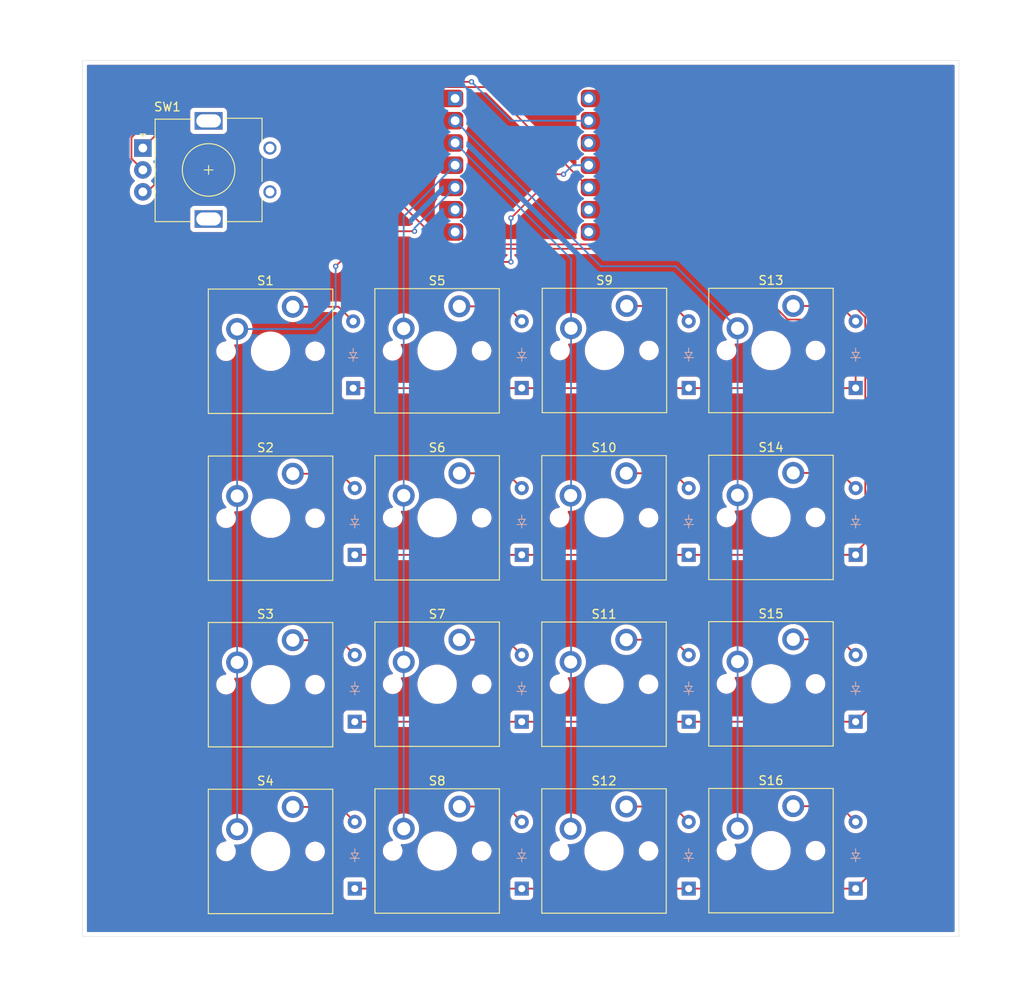
<source format=kicad_pcb>
(kicad_pcb (version 20240108) (generator "pcbnew") (generator_version "8.0")
  (title_block (title "Emre-HackPad") (date "2024-10-05") (rev "3") (company "Kluizenaren"))
  (layers (0 "F.Cu" signal) (31 "B.Cu" signal) (34 "B.Paste" user) (35 "F.Paste" user) (36 "B.SilkS" user "B.Silkscreen") (37 "F.SilkS" user "F.Silkscreen") (38 "B.Mask" user) (39 "F.Mask" user) (44 "Edge.Cuts" user))
  (net 0 "")
  (net 1 "Net-(D1-A)")
  (net 2 "Row0")
  (net 3 "Row1")
  (net 4 "Net-(D2-A)")
  (net 5 "Row2")
  (net 6 "Net-(D3-A)")
  (net 7 "Row3")
  (net 8 "Net-(D4-A)")
  (net 9 "Net-(D5-A)")
  (net 10 "Net-(D6-A)")
  (net 11 "Net-(D7-A)")
  (net 12 "Net-(D8-A)")
  (net 13 "Net-(D9-A)")
  (net 14 "Net-(D10-A)")
  (net 15 "Net-(D11-A)")
  (net 16 "Net-(D12-A)")
  (net 17 "Net-(D13-A)")
  (net 18 "Net-(D14-A)")
  (net 19 "Net-(D15-A)")
  (net 20 "Net-(D16-A)")
  (net 21 "Column0")
  (net 25 "Column1")
  (net 26 "Column2")
  (net 27 "Column3")
  (net 28 "RB")
  (net 29 "RA")
  (net 30 "GND")
  (footprint "Rotary_Encoder:RotaryEncoder_Alps_EC11E_Vertical_H20mm" (layer "F.Cu") (at 92.5 55)
    (property "Reference" "SW1" (at 2.8 -4.7 0) (layer "F.SilkS"))
    (property "Value" "RotaryEncoder")
    (fp_line (start -0.3 -1.6) (end 0.3 -1.6) (stroke (width 0.12)) (layer "F.SilkS"))
    (fp_line (start 0 -1.3) (end -0.3 -1.6) (stroke (width 0.12)) (layer "F.SilkS"))
    (fp_line (start 0.3 -1.6) (end 0 -1.3) (stroke (width 0.12)) (layer "F.SilkS"))
    (fp_line (start 1.4 -3.3) (end 1.4 8.4) (stroke (width 0.12)) (layer "F.SilkS"))
    (fp_line (start 5.5 -3.3) (end 1.4 -3.3) (stroke (width 0.12)) (layer "F.SilkS"))
    (fp_line (start 5.5 8.4) (end 1.4 8.4) (stroke (width 0.12)) (layer "F.SilkS"))
    (fp_line (start 7 2.5) (end 8 2.5) (stroke (width 0.12)) (layer "F.SilkS"))
    (fp_line (start 7.5 2) (end 7.5 3) (stroke (width 0.12)) (layer "F.SilkS"))
    (fp_line (start 9.5 -3.4) (end 13.6 -3.4) (stroke (width 0.12)) (layer "F.SilkS"))
    (fp_line (start 13.6 -3.4) (end 13.6 -0.8) (stroke (width 0.12)) (layer "F.SilkS"))
    (fp_line (start 13.6 1.2) (end 13.6 3.8) (stroke (width 0.12)) (layer "F.SilkS"))
    (fp_line (start 13.6 5.8) (end 13.6 8.4) (stroke (width 0.12)) (layer "F.SilkS"))
    (fp_line (start 13.6 8.4) (end 9.5 8.4) (stroke (width 0.12)) (layer "F.SilkS"))
    (fp_circle (center 7.5 2.5) (end 10.5 2.5) (stroke (width 0.12)) (fill none) (layer "F.SilkS"))
    (pad "" thru_hole circle (at 14.5 0) (size 1.5 1.5) (drill 1) (layers "*.Cu" "*.Mask"))
    (pad "" thru_hole circle (at 14.5 5) (size 1.5 1.5) (drill 1) (layers "*.Cu" "*.Mask"))
    (pad "A" thru_hole rect (at 0 0) (size 2 2) (drill 1) (layers "*.Cu" "*.Mask") (net 29 "RA"))
    (pad "B" thru_hole circle (at 0 5) (size 2 2) (drill 1) (layers "*.Cu" "*.Mask") (net 28 "RB"))
    (pad "C" thru_hole circle (at 0 2.5) (size 2 2) (drill 1) (layers "*.Cu" "*.Mask") (net 30 "GND"))
    (pad "MP" thru_hole rect (at 7.5 -3.1) (size 3.2 2) (drill oval 2.8 1.5) (layers "*.Cu" "*.Mask"))
    (pad "MP" thru_hole rect (at 7.5 8.1) (size 3.2 2) (drill oval 2.8 1.5) (layers "*.Cu" "*.Mask"))
  )
  (footprint "ScottoKeebs_MX:MX_PCB_1.00u" (layer "F.Cu") (at 164.17 97.17)
    (property "Reference" "S14" (at 0 -8 0) (layer "F.SilkS"))
    (property "Value" "Keyswitch")
    (fp_line (start -7.1 -7.1) (end -7.1 7.1) (stroke (width 0.12)) (layer "F.SilkS"))
    (fp_line (start -7.1 7.1) (end 7.1 7.1) (stroke (width 0.12)) (layer "F.SilkS"))
    (fp_line (start 7.1 -7.1) (end -7.1 -7.1) (stroke (width 0.12)) (layer "F.SilkS"))
    (fp_line (start 7.1 7.1) (end 7.1 -7.1) (stroke (width 0.12)) (layer "F.SilkS"))
    (pad "" np_thru_hole circle (at -5.08 0) (size 1.75 1.75) (drill 1.75) (layers "*.Cu" "*.Mask"))
    (pad "" np_thru_hole circle (at 0 0) (size 4 4) (drill 4) (layers "*.Cu" "*.Mask"))
    (pad "" np_thru_hole circle (at 5.08 0) (size 1.75 1.75) (drill 1.75) (layers "*.Cu" "*.Mask"))
    (pad "1" thru_hole circle (at -3.81 -2.54) (size 2.5 2.5) (drill 1.5) (layers "*.Cu" "*.Mask") (net 27 "Column3"))
    (pad "2" thru_hole circle (at 2.54 -5.08) (size 2.5 2.5) (drill 1.5) (layers "*.Cu" "*.Mask") (net 18 "Net-(D14-A)"))
  )
  (footprint "ScottoKeebs_MX:MX_PCB_1.00u" (layer "F.Cu") (at 107.07 97.26)
    (property "Reference" "S2" (at -0.58 -8.05 0) (layer "F.SilkS"))
    (property "Value" "Keyswitch")
    (fp_line (start -7.1 -7.1) (end -7.1 7.1) (stroke (width 0.12)) (layer "F.SilkS"))
    (fp_line (start -7.1 7.1) (end 7.1 7.1) (stroke (width 0.12)) (layer "F.SilkS"))
    (fp_line (start 7.1 -7.1) (end -7.1 -7.1) (stroke (width 0.12)) (layer "F.SilkS"))
    (fp_line (start 7.1 7.1) (end 7.1 -7.1) (stroke (width 0.12)) (layer "F.SilkS"))
    (pad "" np_thru_hole circle (at -5.08 0) (size 1.75 1.75) (drill 1.75) (layers "*.Cu" "*.Mask"))
    (pad "" np_thru_hole circle (at 0 0) (size 4 4) (drill 4) (layers "*.Cu" "*.Mask"))
    (pad "" np_thru_hole circle (at 5.08 0) (size 1.75 1.75) (drill 1.75) (layers "*.Cu" "*.Mask"))
    (pad "1" thru_hole circle (at -3.81 -2.54) (size 2.5 2.5) (drill 1.5) (layers "*.Cu" "*.Mask") (net 21 "Column0"))
    (pad "2" thru_hole circle (at 2.54 -5.08) (size 2.5 2.5) (drill 1.5) (layers "*.Cu" "*.Mask") (net 4 "Net-(D2-A)"))
  )
  (footprint "ScottoKeebs_MX:MX_PCB_1.00u" (layer "F.Cu") (at 145.12 116.21)
    (property "Reference" "S11" (at 0 -8 0) (layer "F.SilkS"))
    (property "Value" "Keyswitch")
    (fp_line (start -7.1 -7.1) (end -7.1 7.1) (stroke (width 0.12)) (layer "F.SilkS"))
    (fp_line (start -7.1 7.1) (end 7.1 7.1) (stroke (width 0.12)) (layer "F.SilkS"))
    (fp_line (start 7.1 -7.1) (end -7.1 -7.1) (stroke (width 0.12)) (layer "F.SilkS"))
    (fp_line (start 7.1 7.1) (end 7.1 -7.1) (stroke (width 0.12)) (layer "F.SilkS"))
    (pad "" np_thru_hole circle (at -5.08 0) (size 1.75 1.75) (drill 1.75) (layers "*.Cu" "*.Mask"))
    (pad "" np_thru_hole circle (at 0 0) (size 4 4) (drill 4) (layers "*.Cu" "*.Mask"))
    (pad "" np_thru_hole circle (at 5.08 0) (size 1.75 1.75) (drill 1.75) (layers "*.Cu" "*.Mask"))
    (pad "1" thru_hole circle (at -3.81 -2.54) (size 2.5 2.5) (drill 1.5) (layers "*.Cu" "*.Mask") (net 26 "Column2"))
    (pad "2" thru_hole circle (at 2.54 -5.08) (size 2.5 2.5) (drill 1.5) (layers "*.Cu" "*.Mask") (net 15 "Net-(D11-A)"))
  )
  (footprint "ScottoKeebs_MX:MX_PCB_1.00u" (layer "F.Cu") (at 145.12 97.21)
    (property "Reference" "S10" (at 0 -8 0) (layer "F.SilkS"))
    (property "Value" "Keyswitch")
    (fp_line (start -7.1 -7.1) (end -7.1 7.1) (stroke (width 0.12)) (layer "F.SilkS"))
    (fp_line (start -7.1 7.1) (end 7.1 7.1) (stroke (width 0.12)) (layer "F.SilkS"))
    (fp_line (start 7.1 -7.1) (end -7.1 -7.1) (stroke (width 0.12)) (layer "F.SilkS"))
    (fp_line (start 7.1 7.1) (end 7.1 -7.1) (stroke (width 0.12)) (layer "F.SilkS"))
    (pad "" np_thru_hole circle (at -5.08 0) (size 1.75 1.75) (drill 1.75) (layers "*.Cu" "*.Mask"))
    (pad "" np_thru_hole circle (at 0 0) (size 4 4) (drill 4) (layers "*.Cu" "*.Mask"))
    (pad "" np_thru_hole circle (at 5.08 0) (size 1.75 1.75) (drill 1.75) (layers "*.Cu" "*.Mask"))
    (pad "1" thru_hole circle (at -3.81 -2.54) (size 2.5 2.5) (drill 1.5) (layers "*.Cu" "*.Mask") (net 26 "Column2"))
    (pad "2" thru_hole circle (at 2.54 -5.08) (size 2.5 2.5) (drill 1.5) (layers "*.Cu" "*.Mask") (net 14 "Net-(D10-A)"))
  )
  (footprint "ScottoKeebs_MCU:Seeed_XIAO_RP2040" (layer "F.Cu") (at 135.75 56.96)
    (property "Reference" "U1" (hide yes))
    (property "Value" "Seeed Studio XIAO SAMD21")
    (pad "1" smd roundrect (at -8.065 -7.62) (size 2.75 2) (layers "F.Cu" "F.Paste" "F.Mask"))
    (pad "1" thru_hole rect (at -7.62 -7.62 90) (size 1.6 1.6) (drill 1) (layers "*.Cu" "*.Mask"))
    (pad "2" smd roundrect (at -8.065 -5.08) (size 2.75 2) (layers "F.Cu" "F.Paste" "F.Mask") (net 27 "Column3"))
    (pad "2" thru_hole circle (at -7.62 -5.08 90) (size 1.6 1.6) (drill 1) (layers "*.Cu" "*.Mask") (net 27 "Column3"))
    (pad "3" smd roundrect (at -8.065 -2.54) (size 2.75 2) (layers "F.Cu" "F.Paste" "F.Mask") (net 26 "Column2"))
    (pad "3" thru_hole circle (at -7.62 -2.54 90) (size 1.6 1.6) (drill 1) (layers "*.Cu" "*.Mask") (net 26 "Column2"))
    (pad "4" smd roundrect (at -8.065 0) (size 2.75 2) (layers "F.Cu" "F.Paste" "F.Mask") (net 25 "Column1"))
    (pad "4" thru_hole circle (at -7.62 0 90) (size 1.6 1.6) (drill 1) (layers "*.Cu" "*.Mask") (net 25 "Column1"))
    (pad "5" smd roundrect (at -8.065 2.54) (size 2.75 2) (layers "F.Cu" "F.Paste" "F.Mask") (net 21 "Column0"))
    (pad "5" thru_hole circle (at -7.62 2.54 90) (size 1.6 1.6) (drill 1) (layers "*.Cu" "*.Mask") (net 21 "Column0"))
    (pad "6" smd roundrect (at -8.065 5.08) (size 2.75 2) (layers "F.Cu" "F.Paste" "F.Mask") (net 3 "Row1"))
    (pad "6" thru_hole circle (at -7.62 5.08 90) (size 1.6 1.6) (drill 1) (layers "*.Cu" "*.Mask") (net 3 "Row1"))
    (pad "7" smd roundrect (at -8.065 7.62) (size 2.75 2) (layers "F.Cu" "F.Paste" "F.Mask") (net 2 "Row0"))
    (pad "7" thru_hole circle (at -7.62 7.62 90) (size 1.6 1.6) (drill 1) (layers "*.Cu" "*.Mask") (net 2 "Row0"))
    (pad "8" thru_hole circle (at 7.62 7.62 90) (size 1.6 1.6) (drill 1) (layers "*.Cu" "*.Mask") (net 5 "Row2"))
    (pad "8" smd roundrect (at 8.1 7.62) (size 2.75 2) (layers "F.Cu" "F.Paste" "F.Mask") (net 5 "Row2"))
    (pad "9" thru_hole circle (at 7.62 5.08 90) (size 1.6 1.6) (drill 1) (layers "*.Cu" "*.Mask") (net 7 "Row3"))
    (pad "9" smd roundrect (at 8.1 5.08) (size 2.75 2) (layers "F.Cu" "F.Paste" "F.Mask") (net 7 "Row3"))
    (pad "10" thru_hole circle (at 7.62 2.54 90) (size 1.6 1.6) (drill 1) (layers "*.Cu" "*.Mask") (net 29 "RA"))
    (pad "10" smd roundrect (at 8.1 2.54) (size 2.75 2) (layers "F.Cu" "F.Paste" "F.Mask") (net 29 "RA"))
    (pad "11" thru_hole circle (at 7.62 0 90) (size 1.6 1.6) (drill 1) (layers "*.Cu" "*.Mask") (net 28 "RB"))
    (pad "11" smd roundrect (at 8.1 0) (size 2.75 2) (layers "F.Cu" "F.Paste" "F.Mask") (net 28 "RB"))
    (pad "12" thru_hole circle (at 7.62 -2.54 90) (size 1.6 1.6) (drill 1) (layers "*.Cu" "*.Mask"))
    (pad "12" smd roundrect (at 8.1 -2.54) (size 2.75 2) (layers "F.Cu" "F.Paste" "F.Mask"))
    (pad "13" thru_hole circle (at 7.62 -5.08 90) (size 1.6 1.6) (drill 1) (layers "*.Cu" "*.Mask") (net 30 "GND"))
    (pad "13" smd roundrect (at 8.1 -5.08) (size 2.75 2) (layers "F.Cu" "F.Paste" "F.Mask") (net 30 "GND"))
    (pad "14" thru_hole circle (at 7.62 -7.62 90) (size 1.6 1.6) (drill 1) (layers "*.Cu" "*.Mask"))
    (pad "14" smd roundrect (at 8.1 -7.62) (size 2.75 2) (layers "F.Cu" "F.Paste" "F.Mask"))
  )
  (footprint "ScottoKeebs_MX:MX_PCB_1.00u" (layer "F.Cu") (at 126.07 78.15)
    (property "Reference" "S5" (at 0 -8 0) (layer "F.SilkS"))
    (property "Value" "Keyswitch")
    (fp_line (start -7.1 -7.1) (end -7.1 7.1) (stroke (width 0.12)) (layer "F.SilkS"))
    (fp_line (start -7.1 7.1) (end 7.1 7.1) (stroke (width 0.12)) (layer "F.SilkS"))
    (fp_line (start 7.1 -7.1) (end -7.1 -7.1) (stroke (width 0.12)) (layer "F.SilkS"))
    (fp_line (start 7.1 7.1) (end 7.1 -7.1) (stroke (width 0.12)) (layer "F.SilkS"))
    (pad "" np_thru_hole circle (at -5.08 0) (size 1.75 1.75) (drill 1.75) (layers "*.Cu" "*.Mask"))
    (pad "" np_thru_hole circle (at 0 0) (size 4 4) (drill 4) (layers "*.Cu" "*.Mask"))
    (pad "" np_thru_hole circle (at 5.08 0) (size 1.75 1.75) (drill 1.75) (layers "*.Cu" "*.Mask"))
    (pad "1" thru_hole circle (at -3.81 -2.54) (size 2.5 2.5) (drill 1.5) (layers "*.Cu" "*.Mask") (net 25 "Column1"))
    (pad "2" thru_hole circle (at 2.54 -5.08) (size 2.5 2.5) (drill 1.5) (layers "*.Cu" "*.Mask") (net 9 "Net-(D5-A)"))
  )
  (footprint "ScottoKeebs_MX:MX_PCB_1.00u" (layer "F.Cu") (at 164.17 116.17)
    (property "Reference" "S15" (at 0 -8 0) (layer "F.SilkS"))
    (property "Value" "Keyswitch")
    (fp_line (start -7.1 -7.1) (end -7.1 7.1) (stroke (width 0.12)) (layer "F.SilkS"))
    (fp_line (start -7.1 7.1) (end 7.1 7.1) (stroke (width 0.12)) (layer "F.SilkS"))
    (fp_line (start 7.1 -7.1) (end -7.1 -7.1) (stroke (width 0.12)) (layer "F.SilkS"))
    (fp_line (start 7.1 7.1) (end 7.1 -7.1) (stroke (width 0.12)) (layer "F.SilkS"))
    (pad "" np_thru_hole circle (at -5.08 0) (size 1.75 1.75) (drill 1.75) (layers "*.Cu" "*.Mask"))
    (pad "" np_thru_hole circle (at 0 0) (size 4 4) (drill 4) (layers "*.Cu" "*.Mask"))
    (pad "" np_thru_hole circle (at 5.08 0) (size 1.75 1.75) (drill 1.75) (layers "*.Cu" "*.Mask"))
    (pad "1" thru_hole circle (at -3.81 -2.54) (size 2.5 2.5) (drill 1.5) (layers "*.Cu" "*.Mask") (net 27 "Column3"))
    (pad "2" thru_hole circle (at 2.54 -5.08) (size 2.5 2.5) (drill 1.5) (layers "*.Cu" "*.Mask") (net 19 "Net-(D15-A)"))
  )
  (footprint "ScottoKeebs_MX:MX_PCB_1.00u" (layer "F.Cu") (at 164.17 135.21)
    (property "Reference" "S16" (at 0 -8 0) (layer "F.SilkS"))
    (property "Value" "Keyswitch")
    (fp_line (start -7.1 -7.1) (end -7.1 7.1) (stroke (width 0.12)) (layer "F.SilkS"))
    (fp_line (start -7.1 7.1) (end 7.1 7.1) (stroke (width 0.12)) (layer "F.SilkS"))
    (fp_line (start 7.1 -7.1) (end -7.1 -7.1) (stroke (width 0.12)) (layer "F.SilkS"))
    (fp_line (start 7.1 7.1) (end 7.1 -7.1) (stroke (width 0.12)) (layer "F.SilkS"))
    (pad "" np_thru_hole circle (at -5.08 0) (size 1.75 1.75) (drill 1.75) (layers "*.Cu" "*.Mask"))
    (pad "" np_thru_hole circle (at 0 0) (size 4 4) (drill 4) (layers "*.Cu" "*.Mask"))
    (pad "" np_thru_hole circle (at 5.08 0) (size 1.75 1.75) (drill 1.75) (layers "*.Cu" "*.Mask"))
    (pad "1" thru_hole circle (at -3.81 -2.54) (size 2.5 2.5) (drill 1.5) (layers "*.Cu" "*.Mask") (net 27 "Column3"))
    (pad "2" thru_hole circle (at 2.54 -5.08) (size 2.5 2.5) (drill 1.5) (layers "*.Cu" "*.Mask") (net 20 "Net-(D16-A)"))
  )
  (footprint "ScottoKeebs_MX:MX_PCB_1.00u" (layer "F.Cu") (at 164.17 78.11)
    (property "Reference" "S13" (at 0 -8 0) (layer "F.SilkS"))
    (property "Value" "Keyswitch")
    (fp_line (start -7.1 -7.1) (end -7.1 7.1) (stroke (width 0.12)) (layer "F.SilkS"))
    (fp_line (start -7.1 7.1) (end 7.1 7.1) (stroke (width 0.12)) (layer "F.SilkS"))
    (fp_line (start 7.1 -7.1) (end -7.1 -7.1) (stroke (width 0.12)) (layer "F.SilkS"))
    (fp_line (start 7.1 7.1) (end 7.1 -7.1) (stroke (width 0.12)) (layer "F.SilkS"))
    (pad "" np_thru_hole circle (at -5.08 0) (size 1.75 1.75) (drill 1.75) (layers "*.Cu" "*.Mask"))
    (pad "" np_thru_hole circle (at 0 0) (size 4 4) (drill 4) (layers "*.Cu" "*.Mask"))
    (pad "" np_thru_hole circle (at 5.08 0) (size 1.75 1.75) (drill 1.75) (layers "*.Cu" "*.Mask"))
    (pad "1" thru_hole circle (at -3.81 -2.54) (size 2.5 2.5) (drill 1.5) (layers "*.Cu" "*.Mask") (net 27 "Column3"))
    (pad "2" thru_hole circle (at 2.54 -5.08) (size 2.5 2.5) (drill 1.5) (layers "*.Cu" "*.Mask") (net 17 "Net-(D13-A)"))
  )
  (footprint "ScottoKeebs_MX:MX_PCB_1.00u" (layer "F.Cu") (at 126.08 135.25)
    (property "Reference" "S8" (at 0 -8 0) (layer "F.SilkS"))
    (property "Value" "Keyswitch")
    (fp_line (start -7.1 -7.1) (end -7.1 7.1) (stroke (width 0.12)) (layer "F.SilkS"))
    (fp_line (start -7.1 7.1) (end 7.1 7.1) (stroke (width 0.12)) (layer "F.SilkS"))
    (fp_line (start 7.1 -7.1) (end -7.1 -7.1) (stroke (width 0.12)) (layer "F.SilkS"))
    (fp_line (start 7.1 7.1) (end 7.1 -7.1) (stroke (width 0.12)) (layer "F.SilkS"))
    (pad "" np_thru_hole circle (at -5.08 0) (size 1.75 1.75) (drill 1.75) (layers "*.Cu" "*.Mask"))
    (pad "" np_thru_hole circle (at 0 0) (size 4 4) (drill 4) (layers "*.Cu" "*.Mask"))
    (pad "" np_thru_hole circle (at 5.08 0) (size 1.75 1.75) (drill 1.75) (layers "*.Cu" "*.Mask"))
    (pad "1" thru_hole circle (at -3.81 -2.54) (size 2.5 2.5) (drill 1.5) (layers "*.Cu" "*.Mask") (net 25 "Column1"))
    (pad "2" thru_hole circle (at 2.54 -5.08) (size 2.5 2.5) (drill 1.5) (layers "*.Cu" "*.Mask") (net 12 "Net-(D8-A)"))
  )
  (footprint "ScottoKeebs_MX:MX_PCB_1.00u" (layer "F.Cu") (at 107.07 116.26)
    (property "Reference" "S3" (at -0.58 -8.05 0) (layer "F.SilkS"))
    (property "Value" "Keyswitch")
    (fp_line (start -7.1 -7.1) (end -7.1 7.1) (stroke (width 0.12)) (layer "F.SilkS"))
    (fp_line (start -7.1 7.1) (end 7.1 7.1) (stroke (width 0.12)) (layer "F.SilkS"))
    (fp_line (start 7.1 -7.1) (end -7.1 -7.1) (stroke (width 0.12)) (layer "F.SilkS"))
    (fp_line (start 7.1 7.1) (end 7.1 -7.1) (stroke (width 0.12)) (layer "F.SilkS"))
    (pad "" np_thru_hole circle (at -5.08 0) (size 1.75 1.75) (drill 1.75) (layers "*.Cu" "*.Mask"))
    (pad "" np_thru_hole circle (at 0 0) (size 4 4) (drill 4) (layers "*.Cu" "*.Mask"))
    (pad "" np_thru_hole circle (at 5.08 0) (size 1.75 1.75) (drill 1.75) (layers "*.Cu" "*.Mask"))
    (pad "1" thru_hole circle (at -3.81 -2.54) (size 2.5 2.5) (drill 1.5) (layers "*.Cu" "*.Mask") (net 21 "Column0"))
    (pad "2" thru_hole circle (at 2.54 -5.08) (size 2.5 2.5) (drill 1.5) (layers "*.Cu" "*.Mask") (net 6 "Net-(D3-A)"))
  )
  (footprint "ScottoKeebs_MX:MX_PCB_1.00u" (layer "F.Cu") (at 107.07 135.3)
    (property "Reference" "S4" (at -0.58 -8.05 0) (layer "F.SilkS"))
    (property "Value" "Keyswitch")
    (fp_line (start -7.1 -7.1) (end -7.1 7.1) (stroke (width 0.12)) (layer "F.SilkS"))
    (fp_line (start -7.1 7.1) (end 7.1 7.1) (stroke (width 0.12)) (layer "F.SilkS"))
    (fp_line (start 7.1 -7.1) (end -7.1 -7.1) (stroke (width 0.12)) (layer "F.SilkS"))
    (fp_line (start 7.1 7.1) (end 7.1 -7.1) (stroke (width 0.12)) (layer "F.SilkS"))
    (pad "" np_thru_hole circle (at -5.08 0) (size 1.75 1.75) (drill 1.75) (layers "*.Cu" "*.Mask"))
    (pad "" np_thru_hole circle (at 0 0) (size 4 4) (drill 4) (layers "*.Cu" "*.Mask"))
    (pad "" np_thru_hole circle (at 5.08 0) (size 1.75 1.75) (drill 1.75) (layers "*.Cu" "*.Mask"))
    (pad "1" thru_hole circle (at -3.81 -2.54) (size 2.5 2.5) (drill 1.5) (layers "*.Cu" "*.Mask") (net 21 "Column0"))
    (pad "2" thru_hole circle (at 2.54 -5.08) (size 2.5 2.5) (drill 1.5) (layers "*.Cu" "*.Mask") (net 8 "Net-(D4-A)"))
  )
  (footprint "ScottoKeebs_MX:MX_PCB_1.00u" (layer "F.Cu") (at 145.12 135.25)
    (property "Reference" "S12" (at 0 -8 0) (layer "F.SilkS"))
    (property "Value" "Keyswitch")
    (fp_line (start -7.1 -7.1) (end -7.1 7.1) (stroke (width 0.12)) (layer "F.SilkS"))
    (fp_line (start -7.1 7.1) (end 7.1 7.1) (stroke (width 0.12)) (layer "F.SilkS"))
    (fp_line (start 7.1 -7.1) (end -7.1 -7.1) (stroke (width 0.12)) (layer "F.SilkS"))
    (fp_line (start 7.1 7.1) (end 7.1 -7.1) (stroke (width 0.12)) (layer "F.SilkS"))
    (pad "" np_thru_hole circle (at -5.08 0) (size 1.75 1.75) (drill 1.75) (layers "*.Cu" "*.Mask"))
    (pad "" np_thru_hole circle (at 0 0) (size 4 4) (drill 4) (layers "*.Cu" "*.Mask"))
    (pad "" np_thru_hole circle (at 5.08 0) (size 1.75 1.75) (drill 1.75) (layers "*.Cu" "*.Mask"))
    (pad "1" thru_hole circle (at -3.81 -2.54) (size 2.5 2.5) (drill 1.5) (layers "*.Cu" "*.Mask") (net 26 "Column2"))
    (pad "2" thru_hole circle (at 2.54 -5.08) (size 2.5 2.5) (drill 1.5) (layers "*.Cu" "*.Mask") (net 16 "Net-(D12-A)"))
  )
  (footprint "ScottoKeebs_MX:MX_PCB_1.00u" (layer "F.Cu") (at 126.08 97.21)
    (property "Reference" "S6" (at 0 -8 0) (layer "F.SilkS"))
    (property "Value" "Keyswitch")
    (fp_line (start -7.1 -7.1) (end -7.1 7.1) (stroke (width 0.12)) (layer "F.SilkS"))
    (fp_line (start -7.1 7.1) (end 7.1 7.1) (stroke (width 0.12)) (layer "F.SilkS"))
    (fp_line (start 7.1 -7.1) (end -7.1 -7.1) (stroke (width 0.12)) (layer "F.SilkS"))
    (fp_line (start 7.1 7.1) (end 7.1 -7.1) (stroke (width 0.12)) (layer "F.SilkS"))
    (pad "" np_thru_hole circle (at -5.08 0) (size 1.75 1.75) (drill 1.75) (layers "*.Cu" "*.Mask"))
    (pad "" np_thru_hole circle (at 0 0) (size 4 4) (drill 4) (layers "*.Cu" "*.Mask"))
    (pad "" np_thru_hole circle (at 5.08 0) (size 1.75 1.75) (drill 1.75) (layers "*.Cu" "*.Mask"))
    (pad "1" thru_hole circle (at -3.81 -2.54) (size 2.5 2.5) (drill 1.5) (layers "*.Cu" "*.Mask") (net 25 "Column1"))
    (pad "2" thru_hole circle (at 2.54 -5.08) (size 2.5 2.5) (drill 1.5) (layers "*.Cu" "*.Mask") (net 10 "Net-(D6-A)"))
  )
  (footprint "ScottoKeebs_MX:MX_PCB_1.00u" (layer "F.Cu") (at 107.07 78.2)
    (property "Reference" "S1" (at -0.58 -8.05 0) (layer "F.SilkS"))
    (property "Value" "Keyswitch")
    (fp_line (start -7.1 -7.1) (end -7.1 7.1) (stroke (width 0.12)) (layer "F.SilkS"))
    (fp_line (start -7.1 7.1) (end 7.1 7.1) (stroke (width 0.12)) (layer "F.SilkS"))
    (fp_line (start 7.1 -7.1) (end -7.1 -7.1) (stroke (width 0.12)) (layer "F.SilkS"))
    (fp_line (start 7.1 7.1) (end 7.1 -7.1) (stroke (width 0.12)) (layer "F.SilkS"))
    (pad "" np_thru_hole circle (at -5.08 0) (size 1.75 1.75) (drill 1.75) (layers "*.Cu" "*.Mask"))
    (pad "" np_thru_hole circle (at 0 0) (size 4 4) (drill 4) (layers "*.Cu" "*.Mask"))
    (pad "" np_thru_hole circle (at 5.08 0) (size 1.75 1.75) (drill 1.75) (layers "*.Cu" "*.Mask"))
    (pad "1" thru_hole circle (at -3.81 -2.54) (size 2.5 2.5) (drill 1.5) (layers "*.Cu" "*.Mask") (net 21 "Column0"))
    (pad "2" thru_hole circle (at 2.54 -5.08) (size 2.5 2.5) (drill 1.5) (layers "*.Cu" "*.Mask") (net 1 "Net-(D1-A)"))
  )
  (footprint "ScottoKeebs_MX:MX_PCB_1.00u" (layer "F.Cu") (at 126.08 116.21)
    (property "Reference" "S7" (at 0 -8 0) (layer "F.SilkS"))
    (property "Value" "Keyswitch")
    (fp_line (start -7.1 -7.1) (end -7.1 7.1) (stroke (width 0.12)) (layer "F.SilkS"))
    (fp_line (start -7.1 7.1) (end 7.1 7.1) (stroke (width 0.12)) (layer "F.SilkS"))
    (fp_line (start 7.1 -7.1) (end -7.1 -7.1) (stroke (width 0.12)) (layer "F.SilkS"))
    (fp_line (start 7.1 7.1) (end 7.1 -7.1) (stroke (width 0.12)) (layer "F.SilkS"))
    (pad "" np_thru_hole circle (at -5.08 0) (size 1.75 1.75) (drill 1.75) (layers "*.Cu" "*.Mask"))
    (pad "" np_thru_hole circle (at 0 0) (size 4 4) (drill 4) (layers "*.Cu" "*.Mask"))
    (pad "" np_thru_hole circle (at 5.08 0) (size 1.75 1.75) (drill 1.75) (layers "*.Cu" "*.Mask"))
    (pad "1" thru_hole circle (at -3.81 -2.54) (size 2.5 2.5) (drill 1.5) (layers "*.Cu" "*.Mask") (net 25 "Column1"))
    (pad "2" thru_hole circle (at 2.54 -5.08) (size 2.5 2.5) (drill 1.5) (layers "*.Cu" "*.Mask") (net 11 "Net-(D7-A)"))
  )
  (footprint "ScottoKeebs_MX:MX_PCB_1.00u" (layer "F.Cu") (at 145.17 78.11)
    (property "Reference" "S9" (at 0 -8 0) (layer "F.SilkS"))
    (property "Value" "Keyswitch")
    (fp_line (start -7.1 -7.1) (end -7.1 7.1) (stroke (width 0.12)) (layer "F.SilkS"))
    (fp_line (start -7.1 7.1) (end 7.1 7.1) (stroke (width 0.12)) (layer "F.SilkS"))
    (fp_line (start 7.1 -7.1) (end -7.1 -7.1) (stroke (width 0.12)) (layer "F.SilkS"))
    (fp_line (start 7.1 7.1) (end 7.1 -7.1) (stroke (width 0.12)) (layer "F.SilkS"))
    (pad "" np_thru_hole circle (at -5.08 0) (size 1.75 1.75) (drill 1.75) (layers "*.Cu" "*.Mask"))
    (pad "" np_thru_hole circle (at 0 0) (size 4 4) (drill 4) (layers "*.Cu" "*.Mask"))
    (pad "" np_thru_hole circle (at 5.08 0) (size 1.75 1.75) (drill 1.75) (layers "*.Cu" "*.Mask"))
    (pad "1" thru_hole circle (at -3.81 -2.54) (size 2.5 2.5) (drill 1.5) (layers "*.Cu" "*.Mask") (net 26 "Column2"))
    (pad "2" thru_hole circle (at 2.54 -5.08) (size 2.5 2.5) (drill 1.5) (layers "*.Cu" "*.Mask") (net 13 "Net-(D9-A)"))
  )
  (footprint "ScottoKeebs_Components:Diode_DO-35" (layer "B.Cu") (at 173.83125 139.54125 90)
    (property "Reference" "D16" (hide yes))
    (property "Value" "Diode" (hide yes))
    (fp_line (start 3.46 -0.55) (end 3.46 0.55) (stroke (width 0.1)) (layer "B.SilkS"))
    (fp_line (start 4.06 -0.4) (end 4.06 0.4) (stroke (width 0.1)) (layer "B.SilkS"))
    (fp_line (start 4.56 0) (end 4.06 0) (stroke (width 0.1)) (layer "B.SilkS"))
    (fp_line (start 3.46 0) (end 4.06 -0.4) (stroke (width 0.1)) (layer "B.SilkS"))
    (fp_line (start 3.46 0) (end 3.06 0) (stroke (width 0.1)) (layer "B.SilkS"))
    (fp_line (start 4.06 0.4) (end 3.46 0) (stroke (width 0.1)) (layer "B.SilkS"))
    (pad "1" thru_hole rect (at 0 0 90) (size 1.6 1.6) (drill 0.8) (layers "*.Cu" "*.Mask") (net 7 "Row3"))
    (pad "2" thru_hole oval (at 7.62 0 90) (size 1.6 1.6) (drill 0.8) (layers "*.Cu" "*.Mask") (net 20 "Net-(D16-A)"))
  )
  (footprint "ScottoKeebs_Components:Diode_DO-35" (layer "B.Cu") (at 135.73125 120.49125 90)
    (property "Reference" "D7" (hide yes))
    (property "Value" "Diode" (hide yes))
    (fp_line (start 3.46 -0.55) (end 3.46 0.55) (stroke (width 0.1)) (layer "B.SilkS"))
    (fp_line (start 4.06 -0.4) (end 4.06 0.4) (stroke (width 0.1)) (layer "B.SilkS"))
    (fp_line (start 4.56 0) (end 4.06 0) (stroke (width 0.1)) (layer "B.SilkS"))
    (fp_line (start 3.46 0) (end 4.06 -0.4) (stroke (width 0.1)) (layer "B.SilkS"))
    (fp_line (start 3.46 0) (end 3.06 0) (stroke (width 0.1)) (layer "B.SilkS"))
    (fp_line (start 4.06 0.4) (end 3.46 0) (stroke (width 0.1)) (layer "B.SilkS"))
    (pad "1" thru_hole rect (at 0 0 90) (size 1.6 1.6) (drill 0.8) (layers "*.Cu" "*.Mask") (net 5 "Row2"))
    (pad "2" thru_hole oval (at 7.62 0 90) (size 1.6 1.6) (drill 0.8) (layers "*.Cu" "*.Mask") (net 11 "Net-(D7-A)"))
  )
  (footprint "ScottoKeebs_Components:Diode_DO-35" (layer "B.Cu") (at 135.73125 82.39125 90)
    (property "Reference" "D5" (hide yes))
    (property "Value" "Diode" (hide yes))
    (fp_line (start 3.46 -0.55) (end 3.46 0.55) (stroke (width 0.1)) (layer "B.SilkS"))
    (fp_line (start 4.06 -0.4) (end 4.06 0.4) (stroke (width 0.1)) (layer "B.SilkS"))
    (fp_line (start 4.56 0) (end 4.06 0) (stroke (width 0.1)) (layer "B.SilkS"))
    (fp_line (start 3.46 0) (end 4.06 -0.4) (stroke (width 0.1)) (layer "B.SilkS"))
    (fp_line (start 3.46 0) (end 3.06 0) (stroke (width 0.1)) (layer "B.SilkS"))
    (fp_line (start 4.06 0.4) (end 3.46 0) (stroke (width 0.1)) (layer "B.SilkS"))
    (pad "1" thru_hole rect (at 0 0 90) (size 1.6 1.6) (drill 0.8) (layers "*.Cu" "*.Mask") (net 2 "Row0"))
    (pad "2" thru_hole oval (at 7.62 0 90) (size 1.6 1.6) (drill 0.8) (layers "*.Cu" "*.Mask") (net 9 "Net-(D5-A)"))
  )
  (footprint "ScottoKeebs_Components:Diode_DO-35" (layer "B.Cu") (at 154.78125 139.54125 90)
    (property "Reference" "D12" (hide yes))
    (property "Value" "Diode" (hide yes))
    (fp_line (start 3.46 -0.55) (end 3.46 0.55) (stroke (width 0.1)) (layer "B.SilkS"))
    (fp_line (start 4.06 -0.4) (end 4.06 0.4) (stroke (width 0.1)) (layer "B.SilkS"))
    (fp_line (start 4.56 0) (end 4.06 0) (stroke (width 0.1)) (layer "B.SilkS"))
    (fp_line (start 3.46 0) (end 4.06 -0.4) (stroke (width 0.1)) (layer "B.SilkS"))
    (fp_line (start 3.46 0) (end 3.06 0) (stroke (width 0.1)) (layer "B.SilkS"))
    (fp_line (start 4.06 0.4) (end 3.46 0) (stroke (width 0.1)) (layer "B.SilkS"))
    (pad "1" thru_hole rect (at 0 0 90) (size 1.6 1.6) (drill 0.8) (layers "*.Cu" "*.Mask") (net 7 "Row3"))
    (pad "2" thru_hole oval (at 7.62 0 90) (size 1.6 1.6) (drill 0.8) (layers "*.Cu" "*.Mask") (net 16 "Net-(D12-A)"))
  )
  (footprint "ScottoKeebs_Components:Diode_DO-35" (layer "B.Cu") (at 116.5 82.41 90)
    (property "Reference" "D1" (hide yes))
    (property "Value" "Diode" (hide yes))
    (fp_line (start 3.46 -0.55) (end 3.46 0.55) (stroke (width 0.1)) (layer "B.SilkS"))
    (fp_line (start 4.06 -0.4) (end 4.06 0.4) (stroke (width 0.1)) (layer "B.SilkS"))
    (fp_line (start 4.56 0) (end 4.06 0) (stroke (width 0.1)) (layer "B.SilkS"))
    (fp_line (start 3.46 0) (end 4.06 -0.4) (stroke (width 0.1)) (layer "B.SilkS"))
    (fp_line (start 3.46 0) (end 3.06 0) (stroke (width 0.1)) (layer "B.SilkS"))
    (fp_line (start 4.06 0.4) (end 3.46 0) (stroke (width 0.1)) (layer "B.SilkS"))
    (pad "1" thru_hole rect (at 0 0 90) (size 1.6 1.6) (drill 0.8) (layers "*.Cu" "*.Mask") (net 2 "Row0"))
    (pad "2" thru_hole oval (at 7.62 0 90) (size 1.6 1.6) (drill 0.8) (layers "*.Cu" "*.Mask") (net 1 "Net-(D1-A)"))
  )
  (footprint "ScottoKeebs_Components:Diode_DO-35" (layer "B.Cu") (at 154.78125 101.44125 90)
    (property "Reference" "D10" (hide yes))
    (property "Value" "Diode" (hide yes))
    (fp_line (start 3.46 -0.55) (end 3.46 0.55) (stroke (width 0.1)) (layer "B.SilkS"))
    (fp_line (start 4.06 -0.4) (end 4.06 0.4) (stroke (width 0.1)) (layer "B.SilkS"))
    (fp_line (start 4.56 0) (end 4.06 0) (stroke (width 0.1)) (layer "B.SilkS"))
    (fp_line (start 3.46 0) (end 4.06 -0.4) (stroke (width 0.1)) (layer "B.SilkS"))
    (fp_line (start 3.46 0) (end 3.06 0) (stroke (width 0.1)) (layer "B.SilkS"))
    (fp_line (start 4.06 0.4) (end 3.46 0) (stroke (width 0.1)) (layer "B.SilkS"))
    (pad "1" thru_hole rect (at 0 0 90) (size 1.6 1.6) (drill 0.8) (layers "*.Cu" "*.Mask") (net 3 "Row1"))
    (pad "2" thru_hole oval (at 7.62 0 90) (size 1.6 1.6) (drill 0.8) (layers "*.Cu" "*.Mask") (net 14 "Net-(D10-A)"))
  )
  (footprint "ScottoKeebs_Components:Diode_DO-35" (layer "B.Cu") (at 173.83125 101.44125 90)
    (property "Reference" "D14" (hide yes))
    (property "Value" "Diode" (hide yes))
    (fp_line (start 3.46 -0.55) (end 3.46 0.55) (stroke (width 0.1)) (layer "B.SilkS"))
    (fp_line (start 4.06 -0.4) (end 4.06 0.4) (stroke (width 0.1)) (layer "B.SilkS"))
    (fp_line (start 4.56 0) (end 4.06 0) (stroke (width 0.1)) (layer "B.SilkS"))
    (fp_line (start 3.46 0) (end 4.06 -0.4) (stroke (width 0.1)) (layer "B.SilkS"))
    (fp_line (start 3.46 0) (end 3.06 0) (stroke (width 0.1)) (layer "B.SilkS"))
    (fp_line (start 4.06 0.4) (end 3.46 0) (stroke (width 0.1)) (layer "B.SilkS"))
    (pad "1" thru_hole rect (at 0 0 90) (size 1.6 1.6) (drill 0.8) (layers "*.Cu" "*.Mask") (net 3 "Row1"))
    (pad "2" thru_hole oval (at 7.62 0 90) (size 1.6 1.6) (drill 0.8) (layers "*.Cu" "*.Mask") (net 18 "Net-(D14-A)"))
  )
  (footprint "ScottoKeebs_Components:Diode_DO-35" (layer "B.Cu") (at 173.83125 82.39125 90)
    (property "Reference" "D13" (hide yes))
    (property "Value" "Diode" (hide yes))
    (fp_line (start 3.46 -0.55) (end 3.46 0.55) (stroke (width 0.1)) (layer "B.SilkS"))
    (fp_line (start 4.06 -0.4) (end 4.06 0.4) (stroke (width 0.1)) (layer "B.SilkS"))
    (fp_line (start 4.56 0) (end 4.06 0) (stroke (width 0.1)) (layer "B.SilkS"))
    (fp_line (start 3.46 0) (end 4.06 -0.4) (stroke (width 0.1)) (layer "B.SilkS"))
    (fp_line (start 3.46 0) (end 3.06 0) (stroke (width 0.1)) (layer "B.SilkS"))
    (fp_line (start 4.06 0.4) (end 3.46 0) (stroke (width 0.1)) (layer "B.SilkS"))
    (pad "1" thru_hole rect (at 0 0 90) (size 1.6 1.6) (drill 0.8) (layers "*.Cu" "*.Mask") (net 2 "Row0"))
    (pad "2" thru_hole oval (at 7.62 0 90) (size 1.6 1.6) (drill 0.8) (layers "*.Cu" "*.Mask") (net 17 "Net-(D13-A)"))
  )
  (footprint "ScottoKeebs_Components:Diode_DO-35" (layer "B.Cu") (at 135.73125 101.44125 90)
    (property "Reference" "D6" (hide yes))
    (property "Value" "Diode" (hide yes))
    (fp_line (start 3.46 -0.55) (end 3.46 0.55) (stroke (width 0.1)) (layer "B.SilkS"))
    (fp_line (start 4.06 -0.4) (end 4.06 0.4) (stroke (width 0.1)) (layer "B.SilkS"))
    (fp_line (start 4.56 0) (end 4.06 0) (stroke (width 0.1)) (layer "B.SilkS"))
    (fp_line (start 3.46 0) (end 4.06 -0.4) (stroke (width 0.1)) (layer "B.SilkS"))
    (fp_line (start 3.46 0) (end 3.06 0) (stroke (width 0.1)) (layer "B.SilkS"))
    (fp_line (start 4.06 0.4) (end 3.46 0) (stroke (width 0.1)) (layer "B.SilkS"))
    (pad "1" thru_hole rect (at 0 0 90) (size 1.6 1.6) (drill 0.8) (layers "*.Cu" "*.Mask") (net 3 "Row1"))
    (pad "2" thru_hole oval (at 7.62 0 90) (size 1.6 1.6) (drill 0.8) (layers "*.Cu" "*.Mask") (net 10 "Net-(D6-A)"))
  )
  (footprint "ScottoKeebs_Components:Diode_DO-35" (layer "B.Cu") (at 154.78125 120.49125 90)
    (property "Reference" "D11" (hide yes))
    (property "Value" "Diode" (hide yes))
    (fp_line (start 3.46 -0.55) (end 3.46 0.55) (stroke (width 0.1)) (layer "B.SilkS"))
    (fp_line (start 4.06 -0.4) (end 4.06 0.4) (stroke (width 0.1)) (layer "B.SilkS"))
    (fp_line (start 4.56 0) (end 4.06 0) (stroke (width 0.1)) (layer "B.SilkS"))
    (fp_line (start 3.46 0) (end 4.06 -0.4) (stroke (width 0.1)) (layer "B.SilkS"))
    (fp_line (start 3.46 0) (end 3.06 0) (stroke (width 0.1)) (layer "B.SilkS"))
    (fp_line (start 4.06 0.4) (end 3.46 0) (stroke (width 0.1)) (layer "B.SilkS"))
    (pad "1" thru_hole rect (at 0 0 90) (size 1.6 1.6) (drill 0.8) (layers "*.Cu" "*.Mask") (net 5 "Row2"))
    (pad "2" thru_hole oval (at 7.62 0 90) (size 1.6 1.6) (drill 0.8) (layers "*.Cu" "*.Mask") (net 15 "Net-(D11-A)"))
  )
  (footprint "ScottoKeebs_Components:Diode_DO-35" (layer "B.Cu") (at 116.68125 101.44125 90)
    (property "Reference" "D2" (hide yes))
    (property "Value" "Diode" (hide yes))
    (fp_line (start 3.46 -0.55) (end 3.46 0.55) (stroke (width 0.1)) (layer "B.SilkS"))
    (fp_line (start 4.06 -0.4) (end 4.06 0.4) (stroke (width 0.1)) (layer "B.SilkS"))
    (fp_line (start 4.56 0) (end 4.06 0) (stroke (width 0.1)) (layer "B.SilkS"))
    (fp_line (start 3.46 0) (end 4.06 -0.4) (stroke (width 0.1)) (layer "B.SilkS"))
    (fp_line (start 3.46 0) (end 3.06 0) (stroke (width 0.1)) (layer "B.SilkS"))
    (fp_line (start 4.06 0.4) (end 3.46 0) (stroke (width 0.1)) (layer "B.SilkS"))
    (pad "1" thru_hole rect (at 0 0 90) (size 1.6 1.6) (drill 0.8) (layers "*.Cu" "*.Mask") (net 3 "Row1"))
    (pad "2" thru_hole oval (at 7.62 0 90) (size 1.6 1.6) (drill 0.8) (layers "*.Cu" "*.Mask") (net 4 "Net-(D2-A)"))
  )
  (footprint "ScottoKeebs_Components:Diode_DO-35" (layer "B.Cu") (at 116.68125 139.54125 90)
    (property "Reference" "D4" (hide yes))
    (property "Value" "Diode" (hide yes))
    (fp_line (start 3.46 -0.55) (end 3.46 0.55) (stroke (width 0.1)) (layer "B.SilkS"))
    (fp_line (start 4.06 -0.4) (end 4.06 0.4) (stroke (width 0.1)) (layer "B.SilkS"))
    (fp_line (start 4.56 0) (end 4.06 0) (stroke (width 0.1)) (layer "B.SilkS"))
    (fp_line (start 3.46 0) (end 4.06 -0.4) (stroke (width 0.1)) (layer "B.SilkS"))
    (fp_line (start 3.46 0) (end 3.06 0) (stroke (width 0.1)) (layer "B.SilkS"))
    (fp_line (start 4.06 0.4) (end 3.46 0) (stroke (width 0.1)) (layer "B.SilkS"))
    (pad "1" thru_hole rect (at 0 0 90) (size 1.6 1.6) (drill 0.8) (layers "*.Cu" "*.Mask") (net 7 "Row3"))
    (pad "2" thru_hole oval (at 7.62 0 90) (size 1.6 1.6) (drill 0.8) (layers "*.Cu" "*.Mask") (net 8 "Net-(D4-A)"))
  )
  (footprint "ScottoKeebs_Components:Diode_DO-35" (layer "B.Cu") (at 173.83125 120.49125 90)
    (property "Reference" "D15" (hide yes))
    (property "Value" "Diode" (hide yes))
    (fp_line (start 3.46 -0.55) (end 3.46 0.55) (stroke (width 0.1)) (layer "B.SilkS"))
    (fp_line (start 4.06 -0.4) (end 4.06 0.4) (stroke (width 0.1)) (layer "B.SilkS"))
    (fp_line (start 4.56 0) (end 4.06 0) (stroke (width 0.1)) (layer "B.SilkS"))
    (fp_line (start 3.46 0) (end 4.06 -0.4) (stroke (width 0.1)) (layer "B.SilkS"))
    (fp_line (start 3.46 0) (end 3.06 0) (stroke (width 0.1)) (layer "B.SilkS"))
    (fp_line (start 4.06 0.4) (end 3.46 0) (stroke (width 0.1)) (layer "B.SilkS"))
    (pad "1" thru_hole rect (at 0 0 90) (size 1.6 1.6) (drill 0.8) (layers "*.Cu" "*.Mask") (net 5 "Row2"))
    (pad "2" thru_hole oval (at 7.62 0 90) (size 1.6 1.6) (drill 0.8) (layers "*.Cu" "*.Mask") (net 19 "Net-(D15-A)"))
  )
  (footprint "ScottoKeebs_Components:Diode_DO-35" (layer "B.Cu") (at 135.73125 139.54125 90)
    (property "Reference" "D8" (hide yes))
    (property "Value" "Diode" (hide yes))
    (fp_line (start 3.46 -0.55) (end 3.46 0.55) (stroke (width 0.1)) (layer "B.SilkS"))
    (fp_line (start 4.06 -0.4) (end 4.06 0.4) (stroke (width 0.1)) (layer "B.SilkS"))
    (fp_line (start 4.56 0) (end 4.06 0) (stroke (width 0.1)) (layer "B.SilkS"))
    (fp_line (start 3.46 0) (end 4.06 -0.4) (stroke (width 0.1)) (layer "B.SilkS"))
    (fp_line (start 3.46 0) (end 3.06 0) (stroke (width 0.1)) (layer "B.SilkS"))
    (fp_line (start 4.06 0.4) (end 3.46 0) (stroke (width 0.1)) (layer "B.SilkS"))
    (pad "1" thru_hole rect (at 0 0 90) (size 1.6 1.6) (drill 0.8) (layers "*.Cu" "*.Mask") (net 7 "Row3"))
    (pad "2" thru_hole oval (at 7.62 0 90) (size 1.6 1.6) (drill 0.8) (layers "*.Cu" "*.Mask") (net 12 "Net-(D8-A)"))
  )
  (footprint "ScottoKeebs_Components:Diode_DO-35" (layer "B.Cu") (at 116.68125 120.49125 90)
    (property "Reference" "D3" (hide yes))
    (property "Value" "Diode" (hide yes))
    (fp_line (start 3.46 -0.55) (end 3.46 0.55) (stroke (width 0.1)) (layer "B.SilkS"))
    (fp_line (start 4.06 -0.4) (end 4.06 0.4) (stroke (width 0.1)) (layer "B.SilkS"))
    (fp_line (start 4.56 0) (end 4.06 0) (stroke (width 0.1)) (layer "B.SilkS"))
    (fp_line (start 3.46 0) (end 4.06 -0.4) (stroke (width 0.1)) (layer "B.SilkS"))
    (fp_line (start 3.46 0) (end 3.06 0) (stroke (width 0.1)) (layer "B.SilkS"))
    (fp_line (start 4.06 0.4) (end 3.46 0) (stroke (width 0.1)) (layer "B.SilkS"))
    (pad "1" thru_hole rect (at 0 0 90) (size 1.6 1.6) (drill 0.8) (layers "*.Cu" "*.Mask") (net 5 "Row2"))
    (pad "2" thru_hole oval (at 7.62 0 90) (size 1.6 1.6) (drill 0.8) (layers "*.Cu" "*.Mask") (net 6 "Net-(D3-A)"))
  )
  (footprint "ScottoKeebs_Components:Diode_DO-35" (layer "B.Cu") (at 154.78125 82.39125 90)
    (property "Reference" "D9" (hide yes))
    (property "Value" "Diode" (hide yes))
    (fp_line (start 3.46 -0.55) (end 3.46 0.55) (stroke (width 0.1)) (layer "B.SilkS"))
    (fp_line (start 4.06 -0.4) (end 4.06 0.4) (stroke (width 0.1)) (layer "B.SilkS"))
    (fp_line (start 4.56 0) (end 4.06 0) (stroke (width 0.1)) (layer "B.SilkS"))
    (fp_line (start 3.46 0) (end 4.06 -0.4) (stroke (width 0.1)) (layer "B.SilkS"))
    (fp_line (start 3.46 0) (end 3.06 0) (stroke (width 0.1)) (layer "B.SilkS"))
    (fp_line (start 4.06 0.4) (end 3.46 0) (stroke (width 0.1)) (layer "B.SilkS"))
    (pad "1" thru_hole rect (at 0 0 90) (size 1.6 1.6) (drill 0.8) (layers "*.Cu" "*.Mask") (net 2 "Row0"))
    (pad "2" thru_hole oval (at 7.62 0 90) (size 1.6 1.6) (drill 0.8) (layers "*.Cu" "*.Mask") (net 13 "Net-(D9-A)"))
  )
  (gr_rect (start 85.62 45) (end 185.62 145) (stroke (width 0.05)) (fill none) (layer "Edge.Cuts"))
  (segment (start 109.61 73.12) (end 114.83 73.12) (width 0.2) (layer "F.Cu") (net 1))
  (segment (start 114.83 73.12) (end 116.5 74.79) (width 0.2) (layer "F.Cu") (net 1))
  (segment (start 173.83125 82.39125) (end 173.83125 78.83125) (width 0.2) (layer "F.Cu") (net 2))
  (segment (start 173.83125 78.83125) (end 169.58 74.58) (width 0.2) (layer "F.Cu") (net 2))
  (segment (start 173.8125 82.41) (end 173.83125 82.39125) (width 0.2) (layer "F.Cu") (net 2))
  (segment (start 169.58 74.58) (end 166.067968 74.58) (width 0.2) (layer "F.Cu") (net 2))
  (segment (start 157.987968 66.5) (end 130.05 66.5) (width 0.2) (layer "F.Cu") (net 2))
  (segment (start 130.05 66.5) (end 128.13 64.58) (width 0.2) (layer "F.Cu") (net 2))
  (segment (start 166.067968 74.58) (end 157.987968 66.5) (width 0.2) (layer "F.Cu") (net 2))
  (segment (start 116.5 82.41) (end 173.8125 82.41) (width 0.2) (layer "F.Cu") (net 2))
  (segment (start 174.93125 74.315615) (end 166.615635 66) (width 0.2) (layer "F.Cu") (net 3))
  (segment (start 166.615635 66) (end 132.09 66) (width 0.2) (layer "F.Cu") (net 3))
  (segment (start 174.93125 100.06875) (end 174.93125 74.315615) (width 0.2) (layer "F.Cu") (net 3))
  (segment (start 173.83125 101.16875) (end 174.93125 100.06875) (width 0.2) (layer "F.Cu") (net 3))
  (segment (start 173.83125 101.44125) (end 173.83125 101.16875) (width 0.2) (layer "F.Cu") (net 3))
  (segment (start 132.09 66) (end 128.13 62.04) (width 0.2) (layer "F.Cu") (net 3))
  (segment (start 116.68125 101.44125) (end 173.83125 101.44125) (width 0.2) (layer "F.Cu") (net 3))
  (segment (start 109.61 92.18) (end 115.04 92.18) (width 0.2) (layer "F.Cu") (net 4))
  (segment (start 115.04 92.18) (end 116.68125 93.82125) (width 0.2) (layer "F.Cu") (net 4))
  (segment (start 165.761321 64.58) (end 143.37 64.58) (width 0.2) (layer "F.Cu") (net 5))
  (segment (start 175.33125 74.149929) (end 165.761321 64.58) (width 0.2) (layer "F.Cu") (net 5))
  (segment (start 116.68125 120.49125) (end 173.83125 120.49125) (width 0.2) (layer "F.Cu") (net 5))
  (segment (start 173.83125 120.49125) (end 175.33125 118.99125) (width 0.2) (layer "F.Cu") (net 5))
  (segment (start 175.33125 118.99125) (end 175.33125 74.149929) (width 0.2) (layer "F.Cu") (net 5))
  (segment (start 109.61 111.18) (end 114.99 111.18) (width 0.2) (layer "F.Cu") (net 6))
  (segment (start 114.99 111.18) (end 116.68125 112.87125) (width 0.2) (layer "F.Cu") (net 6))
  (segment (start 175.73125 73.984243) (end 163.787007 62.04) (width 0.2) (layer "F.Cu") (net 7))
  (segment (start 173.83125 139.54125) (end 175.73125 137.64125) (width 0.2) (layer "F.Cu") (net 7))
  (segment (start 163.787007 62.04) (end 143.85 62.04) (width 0.2) (layer "F.Cu") (net 7))
  (segment (start 116.68125 139.54125) (end 173.83125 139.54125) (width 0.2) (layer "F.Cu") (net 7))
  (segment (start 175.73125 137.64125) (end 175.73125 73.984243) (width 0.2) (layer "F.Cu") (net 7))
  (segment (start 114.98 130.22) (end 116.68125 131.92125) (width 0.2) (layer "F.Cu") (net 8))
  (segment (start 109.61 130.22) (end 114.98 130.22) (width 0.2) (layer "F.Cu") (net 8))
  (segment (start 134.03 73.07) (end 135.73125 74.77125) (width 0.2) (layer "F.Cu") (net 9))
  (segment (start 128.61 73.07) (end 134.03 73.07) (width 0.2) (layer "F.Cu") (net 9))
  (segment (start 134.04 92.13) (end 135.73125 93.82125) (width 0.2) (layer "F.Cu") (net 10))
  (segment (start 128.62 92.13) (end 134.04 92.13) (width 0.2) (layer "F.Cu") (net 10))
  (segment (start 133.99 111.13) (end 135.73125 112.87125) (width 0.2) (layer "F.Cu") (net 11))
  (segment (start 128.62 111.13) (end 133.99 111.13) (width 0.2) (layer "F.Cu") (net 11))
  (segment (start 133.98 130.17) (end 135.73125 131.92125) (width 0.2) (layer "F.Cu") (net 12))
  (segment (start 128.62 130.17) (end 133.98 130.17) (width 0.2) (layer "F.Cu") (net 12))
  (segment (start 147.71 73.03) (end 153.04 73.03) (width 0.2) (layer "F.Cu") (net 13))
  (segment (start 153.04 73.03) (end 154.78125 74.77125) (width 0.2) (layer "F.Cu") (net 13))
  (segment (start 153.09 92.13) (end 154.78125 93.82125) (width 0.2) (layer "F.Cu") (net 14))
  (segment (start 147.66 92.13) (end 153.09 92.13) (width 0.2) (layer "F.Cu") (net 14))
  (segment (start 147.66 111.13) (end 153.04 111.13) (width 0.2) (layer "F.Cu") (net 15))
  (segment (start 153.04 111.13) (end 154.78125 112.87125) (width 0.2) (layer "F.Cu") (net 15))
  (segment (start 153.03 130.17) (end 154.78125 131.92125) (width 0.2) (layer "F.Cu") (net 16))
  (segment (start 147.66 130.17) (end 153.03 130.17) (width 0.2) (layer "F.Cu") (net 16))
  (segment (start 166.71 73.03) (end 172.09 73.03) (width 0.2) (layer "F.Cu") (net 17))
  (segment (start 172.09 73.03) (end 173.83125 74.77125) (width 0.2) (layer "F.Cu") (net 17))
  (segment (start 172.1 92.09) (end 173.83125 93.82125) (width 0.2) (layer "F.Cu") (net 18))
  (segment (start 166.71 92.09) (end 172.1 92.09) (width 0.2) (layer "F.Cu") (net 18))
  (segment (start 172.05 111.09) (end 173.83125 112.87125) (width 0.2) (layer "F.Cu") (net 19))
  (segment (start 166.71 111.09) (end 172.05 111.09) (width 0.2) (layer "F.Cu") (net 19))
  (segment (start 166.71 130.13) (end 172.04 130.13) (width 0.2) (layer "F.Cu") (net 20))
  (segment (start 172.04 130.13) (end 173.83125 131.92125) (width 0.2) (layer "F.Cu") (net 20))
  (segment (start 123.5 64.5) (end 118.5 64.5) (width 0.2) (layer "F.Cu") (net 21))
  (segment (start 118.5 64.5) (end 114.5 68.5) (width 0.2) (layer "F.Cu") (net 21))
  (via (at 114.5 68.5) (size 0.6) (drill 0.3) (layers "F.Cu" "B.Cu") (net 21))
  (via (at 123.5 64.5) (size 0.6) (drill 0.3) (layers "F.Cu" "B.Cu") (net 21))
  (segment (start 114.5 73.13) (end 111.97 75.66) (width 0.2) (layer "B.Cu") (net 21))
  (segment (start 114.5 68.5) (end 114.5 73.13) (width 0.2) (layer "B.Cu") (net 21))
  (segment (start 103.26 75.66) (end 103.26 132.76) (width 0.2) (layer "B.Cu") (net 21))
  (segment (start 103.26 75.66) (end 111.97 75.66) (width 0.2) (layer "B.Cu") (net 21))
  (segment (start 123.5 64.13) (end 123.5 64.5) (width 0.2) (layer "B.Cu") (net 21))
  (segment (start 128.13 59.5) (end 123.5 64.13) (width 0.2) (layer "B.Cu") (net 21))
  (segment (start 122.26 75.61) (end 122.26 62.83) (width 0.2) (layer "B.Cu") (net 25))
  (segment (start 122.26 75.61) (end 122.26 132.7) (width 0.2) (layer "B.Cu") (net 25))
  (segment (start 122.26 132.7) (end 122.27 132.71) (width 0.2) (layer "B.Cu") (net 25))
  (segment (start 122.26 62.83) (end 128.13 56.96) (width 0.2) (layer "B.Cu") (net 25))
  (segment (start 141.36 67.65) (end 128.13 54.42) (width 0.2) (layer "B.Cu") (net 26))
  (segment (start 141.36 75.57) (end 141.36 67.65) (width 0.2) (layer "B.Cu") (net 26))
  (segment (start 141.36 75.57) (end 141.36 132.66) (width 0.2) (layer "B.Cu") (net 26))
  (segment (start 141.36 132.66) (end 141.31 132.71) (width 0.2) (layer "B.Cu") (net 26))
  (segment (start 160.36 75.57) (end 153.29 68.5) (width 0.2) (layer "B.Cu") (net 27))
  (segment (start 160.36 75.57) (end 160.36 132.67) (width 0.2) (layer "B.Cu") (net 27))
  (segment (start 153.29 68.5) (end 144.75 68.5) (width 0.2) (layer "B.Cu") (net 27))
  (segment (start 144.75 68.5) (end 128.13 51.88) (width 0.2) (layer "B.Cu") (net 27))
  (segment (start 92.5 60) (end 93 60) (width 0.2) (layer "F.Cu") (net 28))
  (segment (start 95.461522 57.538478) (end 118.129836 57.538478) (width 0.2) (layer "F.Cu") (net 28))
  (segment (start 118.129836 57.538478) (end 128.591358 68) (width 0.2) (layer "F.Cu") (net 28))
  (segment (start 134.5 63) (end 139.5 58) (width 0.2) (layer "F.Cu") (net 28))
  (segment (start 93 60) (end 95.461522 57.538478) (width 0.2) (layer "F.Cu") (net 28))
  (segment (start 128.591358 68) (end 134.5 68) (width 0.2) (layer "F.Cu") (net 28))
  (segment (start 139.5 58) (end 140.5 58) (width 0.2) (layer "F.Cu") (net 28))
  (via (at 140.5 58) (size 0.6) (drill 0.3) (layers "F.Cu" "B.Cu") (net 28))
  (via (at 134.5 63) (size 0.6) (drill 0.3) (layers "F.Cu" "B.Cu") (net 28))
  (via (at 134.5 68) (size 0.6) (drill 0.3) (layers "F.Cu" "B.Cu") (net 28))
  (segment (start 141.54 56.96) (end 143.37 56.96) (width 0.2) (layer "B.Cu") (net 28))
  (segment (start 134.5 68) (end 134.5 63) (width 0.2) (layer "B.Cu") (net 28))
  (segment (start 140.5 58) (end 141.54 56.96) (width 0.2) (layer "B.Cu") (net 28))
  (segment (start 99.46 48.04) (end 131.91 48.04) (width 0.2) (layer "F.Cu") (net 29))
  (segment (start 131.91 48.04) (end 143.37 59.5) (width 0.2) (layer "F.Cu") (net 29))
  (segment (start 92.5 55) (end 99.46 48.04) (width 0.2) (layer "F.Cu") (net 29))
  (segment (start 91.2 53.8) (end 97.56 47.44) (width 0.2) (layer "F.Cu") (net 30))
  (segment (start 91.2 56.2) (end 91.2 53.8) (width 0.2) (layer "F.Cu") (net 30))
  (segment (start 97.56 47.44) (end 130 47.44) (width 0.2) (layer "F.Cu") (net 30))
  (segment (start 92.5 57.5) (end 91.2 56.2) (width 0.2) (layer "F.Cu") (net 30))
  (via (at 130 47.44) (size 0.6) (drill 0.3) (layers "F.Cu" "B.Cu") (net 30))
  (segment (start 134.44 51.88) (end 143.37 51.88) (width 0.2) (layer "B.Cu") (net 30))
  (segment (start 130 47.44) (end 134.44 51.88) (width 0.2) (layer "B.Cu") (net 30))
  (zone (net 0) (net_name "") (layers "F&B.Cu") (connect_pads (clearance 0.5)) (min_thickness 0.25) (fill yes (thermal_gap 0.5) (thermal_bridge_width 0.5) (island_removal_mode 1) (island_area_min 10))
    (polygon (pts (xy 190.5 38.1) (xy 193.04 149.86) (xy 78.74 152.4) (xy 76.2 38.1)))
  )
)
</source>
